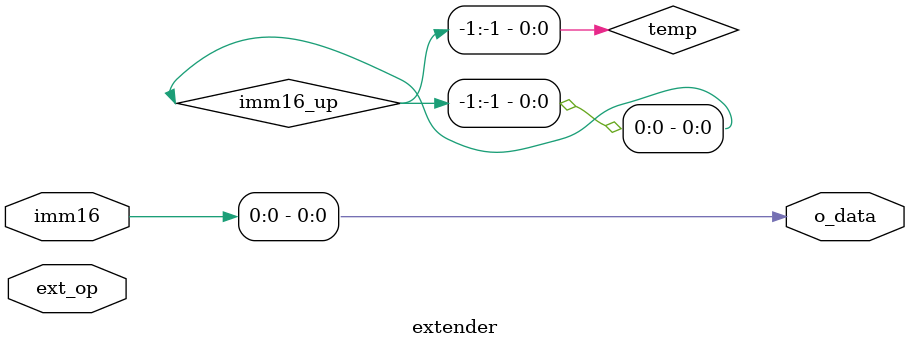
<source format=v>
`timescale 1ns/1ps

module extender #(parameter WIDTH = 1)(imm16, ext_op, o_data);

input [(WIDTH/2)-1:0] imm16;
input ext_op;

output reg [WIDTH-1:0] o_data;

wire [(WIDTH/2)-1:0] imm16_up;
wire temp;

assign temp = imm16[15] & ext_op;
assign imm16_up = {16{temp}};

always @* begin
	o_data = {imm16_up, imm16};
end
endmodule

</source>
